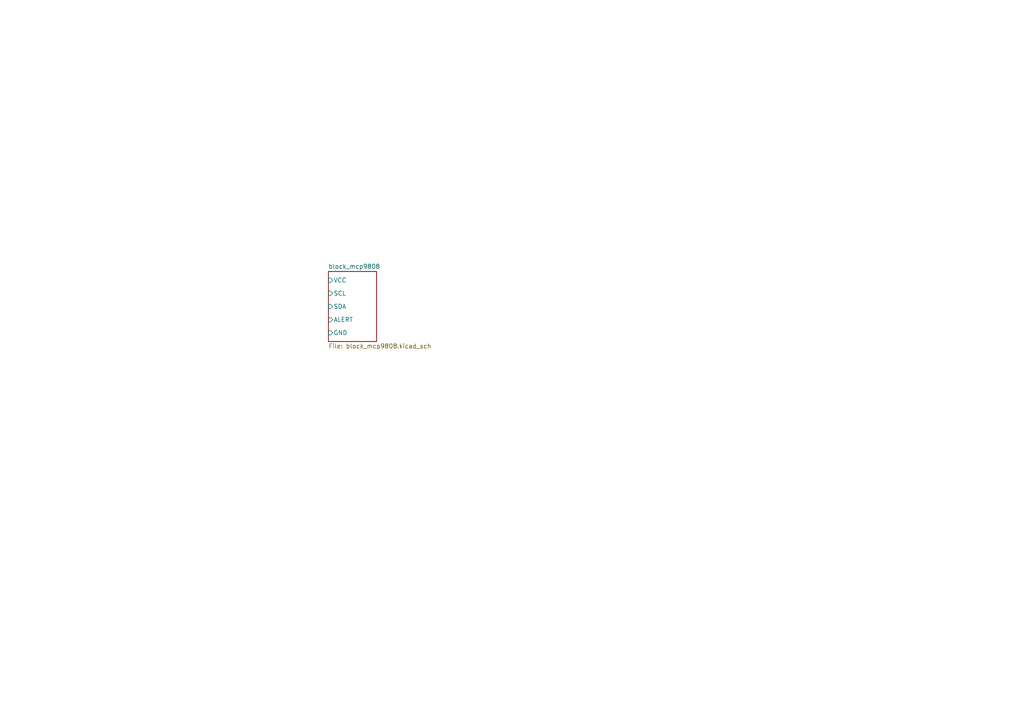
<source format=kicad_sch>
(kicad_sch
	(version 20250114)
	(generator "eeschema")
	(generator_version "9.0")
	(uuid "c03981be-2c43-4914-acb5-87ace45b97bc")
	(paper "A4")
	(lib_symbols)
	(sheet
		(at 95.25 78.74)
		(size 13.97 20.32)
		(exclude_from_sim no)
		(in_bom yes)
		(on_board yes)
		(dnp no)
		(fields_autoplaced yes)
		(stroke
			(width 0.1524)
			(type solid)
		)
		(fill
			(color 0 0 0 0.0000)
		)
		(uuid "8588cac2-213b-4d99-95cc-25b6329c845e")
		(property "Sheetname" "block_mcp9808"
			(at 95.25 78.0284 0)
			(effects
				(font
					(size 1.27 1.27)
				)
				(justify left bottom)
			)
		)
		(property "Sheetfile" "block_mcp9808.kicad_sch"
			(at 95.25 99.6446 0)
			(effects
				(font
					(size 1.27 1.27)
				)
				(justify left top)
			)
		)
		(pin "ALERT" input
			(at 95.25 92.71 180)
			(uuid "6c8e0b77-e2b3-4981-9976-45d09be338e3")
			(effects
				(font
					(size 1.27 1.27)
				)
				(justify left)
			)
		)
		(pin "GND" input
			(at 95.25 96.52 180)
			(uuid "144b8a7d-2831-4326-ab17-0a4081081814")
			(effects
				(font
					(size 1.27 1.27)
				)
				(justify left)
			)
		)
		(pin "VCC" input
			(at 95.25 81.28 180)
			(uuid "f26cc63f-6ed0-4c8a-8108-53eee2e6450b")
			(effects
				(font
					(size 1.27 1.27)
				)
				(justify left)
			)
		)
		(pin "SCL" input
			(at 95.25 85.09 180)
			(uuid "49318c22-b8ea-4c00-9e79-0b451e7630a6")
			(effects
				(font
					(size 1.27 1.27)
				)
				(justify left)
			)
		)
		(pin "SDA" input
			(at 95.25 88.9 180)
			(uuid "eef96886-177e-4a51-b594-cc2e5682c34f")
			(effects
				(font
					(size 1.27 1.27)
				)
				(justify left)
			)
		)
		(instances
			(project "mcp9808"
				(path "/c03981be-2c43-4914-acb5-87ace45b97bc"
					(page "2")
				)
			)
		)
	)
	(sheet_instances
		(path "/"
			(page "1")
		)
	)
	(embedded_fonts no)
)

</source>
